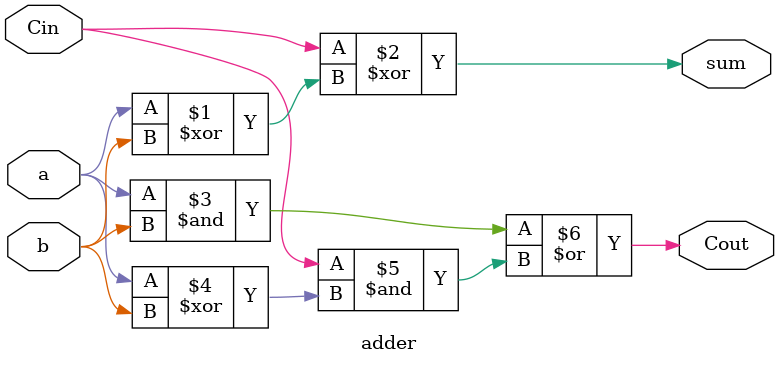
<source format=sv>
module adder(
input logic a, b, Cin, 
output logic Cout, sum
);

	xor(sum, Cin, a^b);
	or(Cout, a&b, Cin & (a^b));





















endmodule 
</source>
